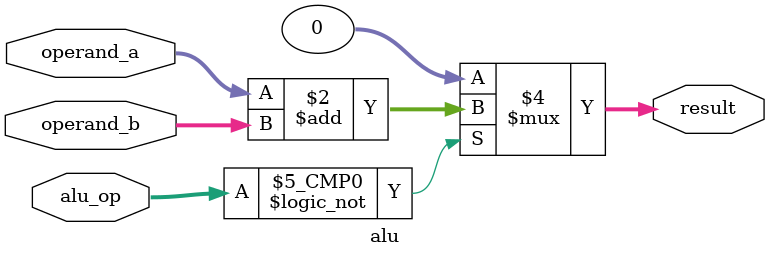
<source format=v>
module alu (
    input wire [31:0] operand_a,
    input wire [31:0] operand_b,
    input wire [3:0] alu_op,
    output reg [31:0] result
);

// Start with just basic ADD operation
    parameter ALU_ADD = 4'b0000;


    always @(*) begin
        case (alu_op)
            ALU_ADD: result = operand_a + operand_b;
            default: result = 32'b0;
        endcase
    end

endmodule


</source>
